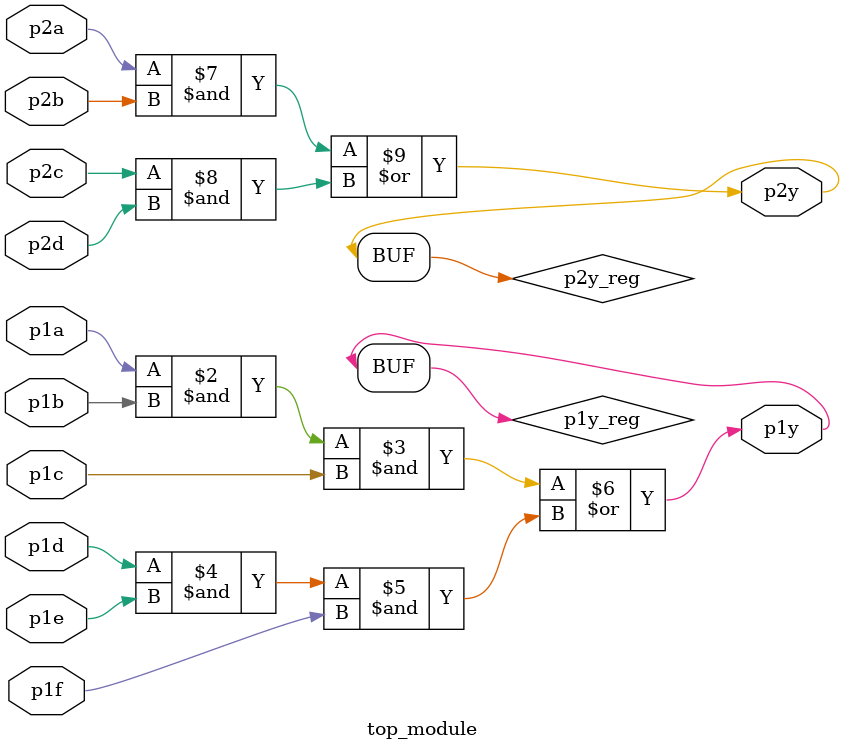
<source format=sv>
module top_module(
	input p1a, 
	input p1b, 
	input p1c, 
	input p1d,
	input p1e,
	input p1f,
	output p1y, 
	input p2a, 
	input p2b, 
	input p2c, 
	input p2d, 
	output p2y
);
	reg p1y_reg, p2y_reg;
	always @(*) begin
		p1y_reg = (p1a & p1b & p1c) | (p1d & p1e & p1f);
		p2y_reg = (p2a & p2b) | (p2c & p2d);
	end
	
	assign p1y = p1y_reg;
	assign p2y = p2y_reg;
endmodule

</source>
